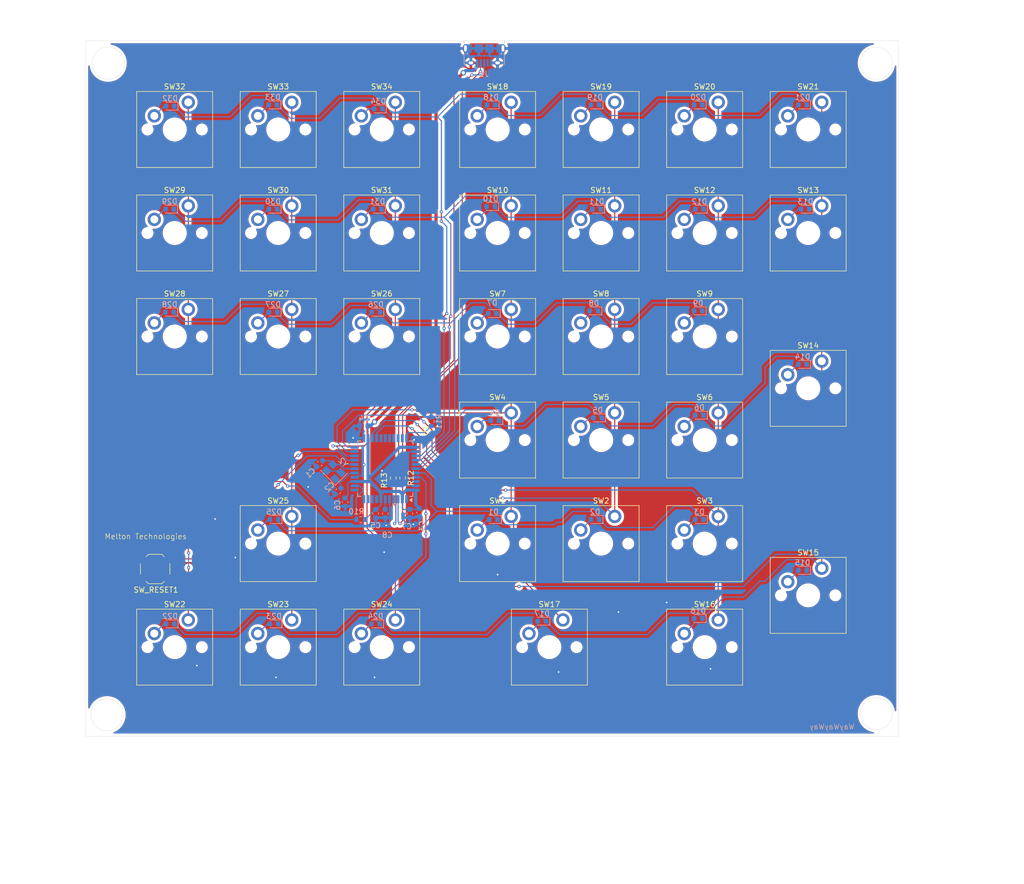
<source format=kicad_pcb>
(kicad_pcb (version 20240108) (generator "pcbnew") (generator_version "8.0")
  (layers (0 "F.Cu" signal) (31 "B.Cu" signal) (34 "B.Paste" user) (35 "F.Paste" user) (36 "B.SilkS" user "B.Silkscreen") (37 "F.SilkS" user "F.Silkscreen") (38 "B.Mask" user) (39 "F.Mask" user) (44 "Edge.Cuts" user))
  (net 0 "")
  (net 1 "Net-(U1-XTAL1)")
  (net 2 "GND")
  (net 3 "Net-(U1-XTAL2)")
  (net 4 "VCC")
  (net 5 "Net-(U1-UCAP)")
  (net 6 "/row0")
  (net 7 "Net-(D1-A)")
  (net 8 "Net-(D2-A)")
  (net 9 "Net-(D3-A)")
  (net 10 "Net-(D4-A)")
  (net 11 "Net-(D5-A)")
  (net 12 "/row1")
  (net 13 "Net-(D6-A)")
  (net 14 "Net-(D7-A)")
  (net 15 "Net-(D8-A)")
  (net 16 "Net-(D9-A)")
  (net 17 "Net-(D10-A)")
  (net 18 "Net-(D11-A)")
  (net 19 "/row2")
  (net 20 "Net-(D12-A)")
  (net 21 "Net-(D13-A)")
  (net 22 "Net-(D14-A)")
  (net 23 "Net-(D15-A)")
  (net 24 "/row3")
  (net 25 "Net-(D16-A)")
  (net 26 "Net-(D17-A)")
  (net 27 "Net-(D18-A)")
  (net 28 "Net-(D19-A)")
  (net 29 "Net-(D20-A)")
  (net 30 "Net-(D21-A)")
  (net 31 "/row4")
  (net 32 "Net-(D22-A)")
  (net 33 "Net-(D23-A)")
  (net 34 "Net-(D24-A)")
  (net 35 "Net-(D25-A)")
  (net 37 "/D-")
  (net 38 "/D+")
  (net 39 "Net-(U1-~{RESET})")
  (net 40 "Net-(U1-~{HWB}{slash}PE2)")
  (net 41 "Net-(U1-D+)")
  (net 42 "Net-(U1-D-)")
  (net 43 "/col0")
  (net 44 "/col1")
  (net 45 "/col2")
  (net 46 "/col3")
  (net 47 "/col4")
  (net 61 "/row5")
  (net 62 "/col5")
  (net 63 "/col6")
  (net 64 "Net-(D26-A)")
  (net 65 "Net-(D27-A)")
  (net 66 "Net-(D28-A)")
  (net 67 "Net-(D29-A)")
  (net 68 "Net-(D30-A)")
  (net 69 "Net-(D31-A)")
  (net 70 "Net-(D32-A)")
  (net 71 "Net-(D33-A)")
  (net 72 "Net-(D34-A)")
  (footprint "PCM_Switch_Keyboard_Cherry_MX:SW_Cherry_MX_PCB_1.00u" (layer "F.Cu") (at 153.7 73.3)
    (property "Reference" "SW9")
    (property "Value" "SW_Push")
  )
  (footprint "PCM_Switch_Keyboard_Cherry_MX:SW_Cherry_MX_PCB_1.00u" (layer "F.Cu") (at 74 73.3)
    (property "Reference" "SW27")
    (property "Value" "SW_Push")
  )
  (footprint "PCM_Switch_Keyboard_Cherry_MX:SW_Cherry_MX_PCB_1.00u" (layer "F.Cu") (at 153.7 92.65)
    (property "Reference" "SW6")
    (property "Value" "SW_Push")
  )
  (footprint "PCM_Switch_Keyboard_Cherry_MX:SW_Cherry_MX_PCB_1.00u" (layer "F.Cu") (at 134.35 92.65)
    (property "Reference" "SW5")
    (property "Value" "SW_Push")
  )
  (footprint "PCM_Switch_Keyboard_Cherry_MX:SW_Cherry_MX_PCB_2.00u_90deg" (layer "F.Cu") (at 173.05 121.675)
    (property "Reference" "SW15")
    (property "Value" "SW_Push")
  )
  (footprint "PCM_Switch_Keyboard_Cherry_MX:SW_Cherry_MX_PCB_1.00u" (layer "F.Cu") (at 115 112)
    (property "Reference" "SW1")
    (property "Value" "SW_Push")
  )
  (footprint "PCM_Switch_Keyboard_Cherry_MX:SW_Cherry_MX_PCB_1.00u" (layer "F.Cu") (at 74 34.6)
    (property "Reference" "SW33")
    (property "Value" "SW_Push")
  )
  (footprint "PCM_Switch_Keyboard_Cherry_MX:SW_Cherry_MX_PCB_1.00u" (layer "F.Cu") (at 115 73.3)
    (property "Reference" "SW7")
    (property "Value" "SW_Push")
  )
  (footprint "Resistor_SMD:R_0603_1608Metric" (layer "F.Cu") (at 95.5 99.75 -90)
    (property "Reference" "R12")
    (property "Value" "22")
  )
  (footprint "PCM_Switch_Keyboard_Cherry_MX:SW_Cherry_MX_PCB_1.00u" (layer "F.Cu") (at 134.35 112)
    (property "Reference" "SW2")
    (property "Value" "SW_Push")
  )
  (footprint "PCM_Switch_Keyboard_Cherry_MX:SW_Cherry_MX_PCB_1.00u" (layer "F.Cu") (at 74 112)
    (property "Reference" "SW25")
    (property "Value" "SW_Push")
  )
  (footprint "PCM_Switch_Keyboard_Cherry_MX:SW_Cherry_MX_PCB_1.00u" (layer "F.Cu") (at 74 53.95)
    (property "Reference" "SW30")
    (property "Value" "SW_Push")
  )
  (footprint "PCM_Switch_Keyboard_Cherry_MX:SW_Cherry_MX_PCB_1.00u" (layer "F.Cu") (at 153.7 53.95)
    (property "Reference" "SW12")
    (property "Value" "SW_Push")
  )
  (footprint "PCM_Switch_Keyboard_Cherry_MX:SW_Cherry_MX_PCB_1.00u" (layer "F.Cu") (at 54.65 131.35)
    (property "Reference" "SW22")
    (property "Value" "SW_Push")
  )
  (footprint "PCM_Switch_Keyboard_Cherry_MX:SW_Cherry_MX_PCB_1.00u" (layer "F.Cu") (at 134.35 73.3)
    (property "Reference" "SW8")
    (property "Value" "SW_Push")
  )
  (footprint "PCM_Switch_Keyboard_Cherry_MX:SW_Cherry_MX_PCB_1.00u" (layer "F.Cu") (at 173.05 53.95)
    (property "Reference" "SW13")
    (property "Value" "SW_Push")
  )
  (footprint "PCM_Switch_Keyboard_Cherry_MX:SW_Cherry_MX_PCB_1.00u" (layer "F.Cu") (at 93.35 73.3)
    (property "Reference" "SW26")
    (property "Value" "SW_Push")
  )
  (footprint "PCM_Switch_Keyboard_Cherry_MX:SW_Cherry_MX_PCB_1.00u" (layer "F.Cu") (at 134.35 53.95)
    (property "Reference" "SW11")
    (property "Value" "SW_Push")
  )
  (footprint "PCM_Switch_Keyboard_Cherry_MX:SW_Cherry_MX_PCB_1.00u" (layer "F.Cu") (at 153.7 34.6)
    (property "Reference" "SW20")
    (property "Value" "SW_Push")
  )
  (footprint "PCM_Switch_Keyboard_Cherry_MX:SW_Cherry_MX_PCB_2.00u" (layer "F.Cu") (at 124.675 131.35)
    (property "Reference" "SW17")
    (property "Value" "SW_Push")
  )
  (footprint "Button_Switch_SMD:SW_SPST_TL3342" (layer "F.Cu") (at 51 116.75 180)
    (property "Reference" "SW_RESET1")
    (property "Value" "SW_Push")
  )
  (footprint "PCM_Switch_Keyboard_Cherry_MX:SW_Cherry_MX_PCB_2.00u_90deg" (layer "F.Cu") (at 173.05 82.975)
    (property "Reference" "SW14")
    (property "Value" "SW_Push")
  )
  (footprint "PCM_Switch_Keyboard_Cherry_MX:SW_Cherry_MX_PCB_1.00u" (layer "F.Cu") (at 93.35 131.35)
    (property "Reference" "SW24")
    (property "Value" "SW_Push")
  )
  (footprint "PCM_Switch_Keyboard_Cherry_MX:SW_Cherry_MX_PCB_1.00u" (layer "F.Cu") (at 115 92.65)
    (property "Reference" "SW4")
    (property "Value" "SW_Push")
  )
  (footprint "Resistor_SMD:R_0603_1608Metric" (layer "F.Cu") (at 97.25 99.75 90)
    (property "Reference" "R13")
    (property "Value" "22")
  )
  (footprint "PCM_Switch_Keyboard_Cherry_MX:SW_Cherry_MX_PCB_1.00u" (layer "F.Cu") (at 54.65 34.6)
    (property "Reference" "SW32")
    (property "Value" "SW_Push")
  )
  (footprint "PCM_Switch_Keyboard_Cherry_MX:SW_Cherry_MX_PCB_1.00u" (layer "F.Cu") (at 115 34.6)
    (property "Reference" "SW18")
    (property "Value" "SW_Push")
  )
  (footprint "PCM_Switch_Keyboard_Cherry_MX:SW_Cherry_MX_PCB_1.00u" (layer "F.Cu") (at 153.7 112)
    (property "Reference" "SW3")
    (property "Value" "SW_Push")
  )
  (footprint "PCM_Switch_Keyboard_Cherry_MX:SW_Cherry_MX_PCB_1.00u" (layer "F.Cu") (at 134.35 34.6)
    (property "Reference" "SW19")
    (property "Value" "SW_Push")
  )
  (footprint "PCM_Switch_Keyboard_Cherry_MX:SW_Cherry_MX_PCB_1.00u" (layer "F.Cu") (at 93.35 34.6)
    (property "Reference" "SW34")
    (property "Value" "SW_Push")
  )
  (footprint "PCM_Switch_Keyboard_Cherry_MX:SW_Cherry_MX_PCB_1.00u" (layer "F.Cu") (at 93.35 53.95)
    (property "Reference" "SW31")
    (property "Value" "SW_Push")
  )
  (footprint "PCM_Switch_Keyboard_Cherry_MX:SW_Cherry_MX_PCB_1.00u" (layer "F.Cu") (at 74 131.35)
    (property "Reference" "SW23")
    (property "Value" "SW_Push")
  )
  (footprint "PCM_Switch_Keyboard_Cherry_MX:SW_Cherry_MX_PCB_1.00u" (layer "F.Cu") (at 153.7 131.35)
    (property "Reference" "SW16")
    (property "Value" "SW_Push")
  )
  (footprint "PCM_Switch_Keyboard_Cherry_MX:SW_Cherry_MX_PCB_1.00u" (layer "F.Cu") (at 54.65 73.3)
    (property "Reference" "SW28")
    (property "Value" "SW_Push")
  )
  (footprint "PCM_Switch_Keyboard_Cherry_MX:SW_Cherry_MX_PCB_1.00u" (layer "F.Cu") (at 115 53.95)
    (property "Reference" "SW10")
    (property "Value" "SW_Push")
  )
  (footprint "PCM_Switch_Keyboard_Cherry_MX:SW_Cherry_MX_PCB_1.00u" (layer "F.Cu") (at 54.65 53.95)
    (property "Reference" "SW29")
    (property "Value" "SW_Push")
  )
  (footprint "PCM_Switch_Keyboard_Cherry_MX:SW_Cherry_MX_PCB_1.00u" (layer "F.Cu") (at 173.05 34.6)
    (property "Reference" "SW21")
    (property "Value" "SW_Push")
  )
  (footprint "Diode_SMD:D_0603_1608Metric" (layer "B.Cu") (at 114.5 89 180)
    (property "Reference" "D4")
    (property "Value" "D")
  )
  (footprint "Diode_SMD:D_0603_1608Metric" (layer "B.Cu") (at 73.2125 127 180)
    (property "Reference" "D23")
    (property "Value" "D")
  )
  (footprint "Diode_SMD:D_0603_1608Metric" (layer "B.Cu") (at 133.2125 107.5 180)
    (property "Reference" "D2")
    (property "Value" "D")
  )
  (footprint "Diode_SMD:D_0603_1608Metric" (layer "B.Cu") (at 172 78.5 180)
    (property "Reference" "D14")
    (property "Value" "D")
  )
  (footprint "Capacitor_SMD:C_0603_1608Metric" (layer "B.Cu") (at 100.4 106.2 -90)
    (property "Reference" "C3")
    (property "Value" "0.1u")
  )
  (footprint "Capacitor_SMD:C_0603_1608Metric" (layer "B.Cu") (at 94 106.4 90)
    (property "Reference" "C8")
    (property "Value" "1u")
  )
  (footprint "Diode_SMD:D_0603_1608Metric" (layer "B.Cu") (at 53.7125 49.5 180)
    (property "Reference" "D29")
    (property "Value" "D")
  )
  (footprint "Diode_SMD:D_0603_1608Metric" (layer "B.Cu") (at 113.7125 49 180)
    (property "Reference" "D10")
    (property "Value" "D")
  )
  (footprint "Diode_SMD:D_0603_1608Metric" (layer "B.Cu") (at 92.7125 30.75 180)
    (property "Reference" "D34")
    (property "Value" "D")
  )
  (footprint "Diode_SMD:D_0603_1608Metric" (layer "B.Cu") (at 172.5 49.5 180)
    (property "Reference" "D13")
    (property "Value" "D")
  )
  (footprint "Diode_SMD:D_0603_1608Metric" (layer "B.Cu") (at 172 117 180)
    (property "Reference" "D15")
    (property "Value" "D")
  )
  (footprint "Diode_SMD:D_0603_1608Metric" (layer "B.Cu") (at 152.7125 107.5 180)
    (property "Reference" "D3")
    (property "Value" "D")
  )
  (footprint "Diode_SMD:D_0603_1608Metric" (layer "B.Cu") (at 133 68.5 180)
    (property "Reference" "D8")
    (property "Value" "D")
  )
  (footprint "Diode_SMD:D_0603_1608Metric" (layer "B.Cu") (at 113.7875 30 180)
    (property "Reference" "D18")
    (property "Value" "D")
  )
  (footprint "Diode_SMD:D_0603_1608Metric" (layer "B.Cu") (at 133.5 49.5 180)
    (property "Reference" "D11")
    (property "Value" "D")
  )
  (footprint "Diode_SMD:D_0603_1608Metric" (layer "B.Cu") (at 152.5 30 180)
    (property "Reference" "D20")
    (property "Value" "D")
  )
  (footprint "Diode_SMD:D_0603_1608Metric" (layer "B.Cu") (at 73.2125 107.5 180)
    (property "Reference" "D25")
    (property "Value" "D")
  )
  (footprint "Diode_SMD:D_0603_1608Metric" (layer "B.Cu") (at 53.7875 30.25 180)
    (property "Reference" "D32")
    (property "Value" "D")
  )
  (footprint "Diode_SMD:D_0603_1608Metric" (layer "B.Cu") (at 73 30 180)
    (property "Reference" "D33")
    (property "Value" "D")
  )
  (footprint "Diode_SMD:D_0603_1608Metric" (layer "B.Cu") (at 92.5375 49.5 180)
    (property "Reference" "D31")
    (property "Value" "D")
  )
  (footprint "Connector_USB:USB_Micro-B_Amphenol_10118194_Horizontal" (layer "B.Cu") (at 112.5 20.75)
    (property "Reference" "J1")
    (property "Value" "USB_B_Micro")
  )
  (footprint "Resistor_SMD:R_0603_1608Metric" (layer "B.Cu") (at 102.6 89.2 90)
    (property "Reference" "R11")
    (property "Value" "10k")
  )
  (footprint "Capacitor_SMD:C_0603_1608Metric" (layer "B.Cu") (at 98.6 106.375 -90)
    (property "Reference" "C7")
    (property "Value" "4.7u")
  )
  (footprint "Diode_SMD:D_0603_1608Metric" (layer "B.Cu") (at 73.0375 49.5 180)
    (property "Reference" "D30")
    (property "Value" "D")
  )
  (footprint "Diode_SMD:D_0603_1608Metric" (layer "B.Cu") (at 92.25 68.75 180)
    (property "Reference" "D26")
    (property "Value" "D")
  )
  (footprint "Diode_SMD:D_0603_1608Metric" (layer "B.Cu") (at 53.7875 127 180)
    (property "Reference" "D22")
    (property "Value" "D")
  )
  (footprint "Diode_SMD:D_0603_1608Metric" (layer "B.Cu") (at 152.5 126 180)
    (property "Reference" "D16")
    (property "Value" "D")
  )
  (footprint "Diode_SMD:D_0603_1608Metric" (layer "B.Cu") (at 152.7125 88 180)
    (property "Reference" "D6")
    (property "Value" "D")
  )
  (footprint "Diode_SMD:D_0603_1608Metric" (layer "B.Cu") (at 152.5 68.5 180)
    (property "Reference" "D9")
    (property "Value" "D")
  )
  (footprint "Diode_SMD:D_0603_1608Metric" (layer "B.Cu") (at 133.7125 88.5 180)
    (property "Reference" "D5")
    (property "Value" "D")
  )
  (footprint "Package_QFP:TQFP-44_10x10mm_P0.8mm" (layer "B.Cu") (at 94 98 90)
    (property "Reference" "U1")
    (property "Value" "ATmega32U4-A")
  )
  (footprint "Capacitor_SMD:C_0603_1608Metric" (layer "B.Cu") (at 85.2 102.2 45)
    (property "Reference" "C2")
    (property "Value" "22p")
  )
  (footprint "Diode_SMD:D_0603_1608Metric" (layer "B.Cu") (at 133.2125 30 180)
    (property "Reference" "D19")
    (property "Value" "D")
  )
  (footprint "Diode_SMD:D_0603_1608Metric" (layer "B.Cu") (at 73.0375 68.75 180)
    (property "Reference" "D27")
    (property "Value" "D")
  )
  (footprint "Diode_SMD:D_0603_1608Metric" (layer "B.Cu") (at 172 30 180)
    (property "Reference" "D21")
    (property "Value" "D")
  )
  (footprint "Diode_SMD:D_0603_1608Metric" (layer "B.Cu") (at 53.7125 68.75 180)
    (property "Reference" "D28")
    (property "Value" "D")
  )
  (footprint "Capacitor_SMD:C_0603_1608Metric" (layer "B.Cu") (at 92.2 106.4 -90)
    (property "Reference" "C5")
    (property "Value" "0.1u")
  )
  (footprint "Diode_SMD:D_0603_1608Metric" (layer "B.Cu") (at 152.7125 49.5 180)
    (property "Reference" "D12")
    (property "Value" "D")
  )
  (footprint "Crystal:Crystal_SMD_SeikoEpson_FA238-4Pin_3.2x2.5mm" (layer "B.Cu") (at 84.412132 98.543503 135)
    (property "Reference" "Y2")
    (property "Value" "Crystal_GND24")
  )
  (footprint "Diode_SMD:D_0603_1608Metric" (layer "B.Cu") (at 92.2125 127 180)
    (property "Reference" "D24")
    (property "Value" "D")
  )
  (footprint "Diode_SMD:D_0603_1608Metric" (layer "B.Cu") (at 114 69 180)
    (property "Reference" "D7")
    (property "Value" "D")
  )
  (footprint "Capacitor_SMD:C_0603_1608Metric" (layer "B.Cu") (at 90 90 180)
    (property "Reference" "C4")
    (property "Value" "0.1u")
  )
  (footprint "Resistor_SMD:R_0603_1608Metric" (layer "B.Cu") (at 89.425 107.5 180)
    (property "Reference" "R10")
    (property "Value" "10k")
  )
  (footprint "Capacitor_SMD:C_0603_1608Metric" (layer "B.Cu") (at 81.748008 97.051992 45)
    (property "Reference" "C1")
    (property "Value" "22p")
  )
  (footprint "Diode_SMD:D_0603_1608Metric" (layer "B.Cu") (at 123.2875 126.5 180)
    (property "Reference" "D17")
    (property "Value" "D")
  )
  (footprint "Diode_SMD:D_0603_1608Metric" (layer "B.Cu") (at 114.2125 107.5 180)
    (property "Reference" "D1")
    (property "Value" "D")
  )
  (footprint "Capacitor_SMD:C_0603_1608Metric" (layer "B.Cu") (at 86.5 104.25 -90)
    (property "Reference" "C6")
    (property "Value" "0.1u")
  )
  (gr_rect (start 38 18) (end 190 148) (stroke (width 0.05)) (fill none) (layer "Edge.Cuts"))
  (gr_circle (center 42 144) (end 45 144) (stroke (width 0.05)) (fill none) (layer "Edge.Cuts"))
  (gr_circle (center 42.2 22.2) (end 45.2 22.2) (stroke (width 0.05)) (fill none) (layer "Edge.Cuts"))
  (gr_circle (center 185.8 22.2) (end 188.8 22.2) (stroke (width 0.05)) (fill none) (layer "Edge.Cuts"))
  (gr_circle (center 185.8 143.8) (end 188.8 143.8) (stroke (width 0.05)) (fill none) (layer "Edge.Cuts"))
  (gr_text "WayWayWay" (at 181.8 146.8 0) (layer "B.SilkS") (effects (font (size 1 1) (thickness 0.1)) (justify left bottom mirror)))
  (gr_text "Melton Technologies" (at 41.5 111.25 0) (layer "F.SilkS") (effects (font (size 1 1) (thickness 0.1)) (justify left bottom)))
  (segment (start 83.503984 96.503984) (end 84.2 97.2) (width 0.2) (layer "B.Cu") (net 1))
  (segment (start 82.296016 96.503984) (end 83.503984 96.503984) (width 0.2) (layer "B.Cu") (net 1))
  (segment (start 84.2 97.2) (end 85.472792 97.2) (width 0.2) (layer "B.Cu") (net 1))
  (segment (start 86.272792 98) (end 88.3 98) (width 0.2) (layer "B.Cu") (net 1))
  (segment (start 85.472792 97.2) (end 86.272792 98) (width 0.2) (layer "B.Cu") (net 1))
  (via (at 79.6 101.4) (size 0.6) (drill 0.3) (layers "F.Cu" "B.Cu") (net 2))
  (via (at 90 97.25) (size 0.6) (drill 0.3) (layers "F.Cu" "B.Cu") (net 2))
  (via (at 88 92.25) (size 0.6) (drill 0.3) (layers "F.Cu" "B.Cu") (net 2))
  (via (at 115 117.8) (size 0.6) (drill 0.3) (layers "F.Cu" "B.Cu") (net 2))
  (via (at 73.6 137) (size 0.6) (drill 0.3) (layers "F.Cu" "B.Cu") (net 2))
  (via (at 146.6 123) (size 0.6) (drill 0.3) (layers "F.Cu" "B.Cu") (net 2))
  (via (at 99.25 108.4) (size 0.6) (drill 0.3) (layers "F.Cu" "B.Cu") (net 2))
  (via (at 126.4 136) (size 0.6) (drill 0.3) (layers "F.Cu" "B.Cu") (net 2))
  (via (at 93.8 113.6) (size 0.6) (drill 0.3) (layers "F.Cu" "B.Cu") (net 2))
  (via (at 103.75 90) (size 0.6) (drill 0.3) (layers "F.Cu" "B.Cu") (net 2))
  (via (at 94.2 108.6) (size 0.6) (drill 0.3) (layers "F.Cu" "B.Cu") (net 2))
  (via (at 93.4 98.4) (size 0.6) (drill 0.3) (layers "F.Cu" "B.Cu") (net 2))
  (via (at 92 137) (size 0.6) (drill 0.3) (layers "F.Cu" "B.Cu") (net 2))
  (via (at 62.2 107.4) (size 0.6) (drill 0.3) (layers "F.Cu" "B.Cu") (net 2))
  (via (at 154.8 135.4) (size 0.6) (drill 0.3) (layers "F.Cu" "B.Cu") (net 2))
  (via (at 99.4 92.6) (size 0.6) (drill 0.3) (layers "F.Cu" "B.Cu") (net 2))
  (via (at 58.8 134.8) (size 0.6) (drill 0.3) (layers "F.Cu" "B.Cu") (net 2))
  (via (at 137.6 124.8) (size 0.6) (drill 0.3) (layers "F.Cu" "B.Cu") (net 2))
  (via (at 66 114.6) (size 0.6) (drill 0.3) (layers "F.Cu" "B.Cu") (net 2))
  (segment (start 98.7 94.8) (end 99.7 94.8) (width 0.2) (layer "B.Cu") (net 2))
  (segment (start 94.8 108) (end 94.8 103.7) (width 0.2) (layer "B.Cu") (net 2))
  (segment (start 99.7 101.2) (end 97.6 101.2) (width 0.2) (layer "B.Cu") (net 2))
  (segment (start 85.755635 98.755635) (end 85.419239 98.419239) (width 0.2) (layer "B.Cu") (net 2))
  (segment (start 97.75 95.75) (end 98.7 94.8) (width 0.2) (layer "B.Cu") (net 2))
  (segment (start 89.8 97.45) (end 90 97.25) (width 0.2) (layer "B.Cu") (net 2))
  (segment (start 89.8 98.925) (end 89.8 97.45) (width 0.2) (layer "B.Cu") (net 2))
  (segment (start 85.419239 98.419239) (end 83.156497 98.419239) (width 0.2) (layer "B.Cu") (net 2))
  (segment (start 83.156497 98.419239) (end 83.068629 98.331371) (width 0.2) (layer "B.Cu") (net 2))
  (segment (start 88.3 99.6) (end 88.525 99.375) (width 0.2) (layer "B.Cu") (net 2))
  (segment (start 94.2 108.6) (end 94.8 108) (width 0.2) (layer "B.Cu") (net 2))
  (segment (start 89.35 99.375) (end 89.8 98.925) (width 0.2) (layer "B.Cu") (net 2))
  (segment (start 88.525 99.375) (end 89.35 99.375) (width 0.2) (layer "B.Cu") (net 2))
  (segment (start 85.748008 101.651992) (end 85.748008 101.01075) (width 0.2) (layer "B.Cu") (net 3))
  (segment (start 87.475 98.8) (end 88.3 98.8) (width 0.2) (layer "B.Cu") (net 3))
  (segment (start 84.624264 99.887006) (end 85.119239 100.381981) (width 0.2) (layer "B.Cu") (net 3))
  (segment (start 85.748008 101.01075) (end 84.624264 99.887006) (width 0.2) (layer "B.Cu") (net 3))
  (segment (start 85.893019 100.381981) (end 87.475 98.8) (width 0.2) (layer "B.Cu") (net 3))
  (segment (start 85.119239 100.381981) (end 85.893019 100.381981) (width 0.2) (layer "B.Cu") (net 3))
  (segment (start 103.5 77.75) (end 92 89.25) (width 0.6) (layer "F.Cu") (net 4))
  (segment (start 103.5 29.1) (end 108.6 24) (width 0.6) (layer "F.Cu") (net 4))
  (segment (start 103.5 77.75) (end 103.5 29.1) (width 0.6) (layer "F.Cu") (net 4))
  (via (at 108.6 24) (size 1) (drill 0.6) (layers "F.Cu" "B.Cu") (net 4))
  (via (at 92 89.25) (size 1) (drill 0.6) (layers "F.Cu" "B.Cu") (net 4))
  (segment (start 93.2 102.75) (end 90.85 100.4) (width 0.2) (layer "B.Cu") (net 4))
  (segment (start 87.35 100.4) (end 87 100.75) (width 0.2) (layer "B.Cu") (net 4))
  (segment (start 93.2 102.75) (end 93.7 102.25) (width 0.6) (layer "B.Cu") (net 4))
  (segment (start 93.7 102.25) (end 96.575 102.25) (width 0.2) (layer "B.Cu") (net 4))
  (segment (start 90.8 92.3) (end 90.8 100.25) (width 0.6) (layer "B.Cu") (net 4))
  (segment (start 99.7 104.725) (end 100.4 105.425) (width 0.6) (layer "B.Cu") (net 4))
  (segment (start 93.2 103.7) (end 93.2 102.75) (width 0.6) (layer "B.Cu") (net 4))
  (segment (start 109 23.6) (end 110.4 23.6) (width 0.6) (layer "B.Cu") (net 4))
  (segment (start 88.3 100.4) (end 90.65 100.4) (width 0.6) (layer "B.Cu") (net 4))
  (segment (start 90.8 100.25) (end 90.8 100.35) (width 0.2) (layer "B.Cu") (net 4))
  (segment (start 90.8 99.868629) (end 90.8 100.25) (width 0.6) (layer "B.Cu") (net 4))
  (segment (start 97.2 102.75) (end 97.95 102) (width 0.6) (layer "B.Cu") (net 4))
  (segment (start 97.2 102.75) (end 97.2 103.7) (width 0.6) (layer "B.Cu") (net 4))
  (segment (start 90.775 90) (end 91.25 90) (width 0.6) (layer "B.Cu") (net 4))
  (segment (start 91.25 90) (end 92 89.25) (width 0.6) (layer "B.Cu") (net 4))
  (segment (start 96.575 102.25) (end 97.2 102.875) (width 0.2) (layer "B.Cu") (net 4))
  (segment (start 90.85 100.4) (end 90.75 100.4) (width 0.2) (layer "B.Cu") (net 4))
  (segment (start 90.65 100.4) (end 91.25 100.4) (width 0.6) (layer "B.Cu") (net 4))
  (segment (start 92 105.75) (end 92.25 105.75) (width 0.2) (layer "B.Cu") (net 4))
  (segment (start 108.6 24) (end 109 23.6) (width 0.6) (layer "B.Cu") (net 4))
  (segment (start 93.7 102.25) (end 96.7 102.25) (width 0.6) (layer "B.Cu") (net 4))
  (segment (start 90.25 107.5) (end 92 105.75) (width 0.2) (layer "B.Cu") (net 4))
  (segment (start 87 102.975) (end 86.5 103.475) (width 0.2) (layer "B.Cu") (net 4))
  (segment (start 87 100.75) (end 87 102.975) (width 0.2) (layer "B.Cu") (net 4))
  (segment (start 90.8 90.025) (end 90.775 90) (width 0.2) (layer "B.Cu") (net 4))
  (segment (start 97.95 102) (end 99.7 102) (width 0.6) (layer "B.Cu") (net 4))
  (segment (start 93.2 104.8) (end 93.2 103.7) (width 0.2) (layer "B.Cu") (net 4))
  (segment (start 90.65 100.4) (end 90.8 100.25) (width 0.6) (layer "B.Cu") (net 4))
  (segment (start 97.2 103.7) (end 97.2 105.45) (width 0.2) (layer "B.Cu") (net 4))
  (segment (start 100.225 105.6) (end 100.4 105.425) (width 0.2) (layer "B.Cu") (net 4))
  (segment (start 93.2 102.35) (end 93.2 103.7) (width 0.6) (layer "B.Cu") (net 4))
  (segment (start 96.668629 94) (end 90.8 99.868629) (width 0.6) (layer "B.Cu") (net 4))
  (segment (start 90.8 92.3) (end 90.8 90.025) (width 0.2) (layer "B.Cu") (net 4))
  (segment (start 90.8 100.35) (end 90.75 100.4) (width 0.2) (layer "B.Cu") (net 4))
  (segment (start 90.75 100.4) (end 88.3 100.4) (width 0.2) (layer "B.Cu") (net 4))
  (segment (start 88.3 100.4) (end 87.35 100.4) (width 0.2) (layer "B.Cu") (net 4))
  (segment (start 91.25 100.4) (end 93.2 102.35) (width 0.6) (layer "B.Cu") (net 4))
  (segment (start 99.7 94) (end 96.668629 94) (width 0.6) (layer "B.Cu") (net 4))
  (segment (start 92.25 105.75) (end 93.2 104.8) (width 0.2) (layer "B.Cu") (net 4))
  (segment (start 97.2 102.875) (end 97.2 103.7) (width 0.2) (layer "B.Cu") (net 4))
  (segment (start 99.7 102) (end 99.7 104.725) (width 0.6) (layer "B.Cu") (net 4))
  (segment (start 98.6 105.6) (end 100.225 105.6) (width 0.2) (layer "B.Cu") (net 4))
  (segment (start 97.35 105.6) (end 98.6 105.6) (width 0.2) (layer "B.Cu") (net 4))
  (segment (start 90.775 92.275) (end 90.8 92.3) (width 0.2) (layer "B.Cu") (net 4))
  (segment (start 96.7 102.25) (end 97.2 102.75) (width 0.6) (layer "B.Cu") (net 4))
  (segment (start 111.15 22.85) (end 111.15 22.15) (width 0.6) (layer "B.Cu") (net 4))
  (segment (start 110.4 23.6) (end 111.15 22.85) (width 0.6) (layer "B.Cu") (net 4))
  (segment (start 97.2 105.45) (end 97.35 105.6) (width 0.2) (layer "B.Cu") (net 4))
  (segment (start 94 103.7) (end 94 105.625) (width 0.2) (layer "B.Cu") (net 5))
  (segment (start 101.6 106.4) (end 101.6 110.2) (width 0.2) (layer "F.Cu") (net 6))
  (via (at 101.6 110.2) (size 0.6) (drill 0.3) (layers "F.Cu" "B.Cu") (net 6))
  (via (at 101.6 106.4) (size 0.6) (drill 0.3) (layers "F.Cu" "B.Cu") (net 6))
  (segment (start 152.2875 125) (end 153.2875 126) (width 0.2) (layer "B.Cu") (net 6))
  (segment (start 157.2875 122) (end 161 122) (width 0.2) (layer "B.Cu") (net 6))
  (segment (start 70 125) (end 72 125) (width 0.2) (layer "B.Cu") (net 6))
  (segment (start 164 119) (end 165 119) (width 0.2) (layer "B.Cu") (net 6))
  (segment (start 100.65 99.6) (end 101.6 100.55) (width 0.2) (layer "B.Cu") (net 6))
  (segment (start 56.575 129) (end 66 129) (width 0.2) (layer "B.Cu") (net 6))
  (segment (start 122.575 125) (end 124.075 126.5) (width 0.2) (layer "B.Cu") (net 6))
  (segment (start 126.575 129) (end 143 129) (width 0.2) (layer "B.Cu") (net 6))
  (segment (start 91 125) (end 93 127) (width 0.2) (layer "B.Cu") (net 6))
  (segment (start 169 115) (end 172 115) (width 0.2) (layer "B.Cu") (net 6))
  (segment (start 101.6 100.55) (end 101.6 101.4) (width 0.2) (layer "B.Cu") (net 6))
  (segment (start 165 119) (end 169 115) (width 0.2) (layer "B.Cu") (net 6))
  (segment (start 117 125) (end 122.575 125) (width 0.2) (layer "B.Cu") (net 6))
  (segment (start 85 129) (end 89 125) (width 0.2) (layer "B.Cu") (net 6))
  (segment (start 153.2875 126) (end 157.2875 122) (width 0.2) (layer "B.Cu") (net 6))
  (segment (start 124.075 126.5) (end 126.575 129) (width 0.2) (layer "B.Cu") (net 6))
  (segment (start 74 127) (end 76 129) (width 0.2) (layer "B.Cu") (net 6))
  (segment (start 99.7 99.6) (end 100.65 99.6) (width 0.2) (layer "B.Cu") (net 6))
  (segment (start 76 129) (end 85 129) (width 0.2) (layer "B.Cu") (net 6))
  (segment (start 101.6 101.4) (end 101.6 106.4) (width 0.2) (layer "B.Cu") (net 6))
  (segment (start 93 127) (end 95 129) (width 0.2) (layer "B.Cu") (net 6))
  (segment (start 95 129) (end 103 129) (width 0.2) (layer "B.Cu") (net 6))
  (segment (start 147 125) (end 152.2875 125) (width 0.2) (layer "B.Cu") (net 6))
  (segment (start 172.7875 115.7875) (end 172.7875 117) (width 0.2) (layer "B.Cu") (net 6))
  (segment (start 101.6 110.2) (end 101.6 114.4) (width 0.2) (layer "B.Cu") (net 6))
  (segment (start 143 129) (end 147 125) (width 0.2) (layer "B.Cu") (net 6))
  (segment (start 113 129) (end 117 125) (width 0.2) (layer "B.Cu") (net 6))
  (segment (start 89 125) (end 91 125) (width 0.2) (layer "B.Cu") (net 6))
  (segment (start 101.6 114.4) (end 91 125) (width 0.2) (layer "B.Cu") (net 6))
  (segment (start 161 122) (end 164 119) (width 0.2) (layer "B.Cu") (net 6))
  (segment (start 54.575 127) (end 56.575 129) (width 0.2) (layer "B.Cu") (net 6))
  (segment (start 103 129) (end 113 129) (width 0.2) (layer "B.Cu") (net 6))
  (segment (start 172 115) (end 172.7875 115.7875) (width 0.2) (layer "B.Cu") (net 6))
  (segment (start 72 125) (end 74 127) (width 0.2) (layer "B.Cu") (net 6))
  (segment (start 66 129) (end 70 125) (width 0.2) (layer "B.Cu") (net 6))
  (segment (start 113.15 107.5) (end 111.19 109.46) (width 0.2) (layer "B.Cu") (net 7))
  (segment (start 113.425 107.5) (end 113.15 107.5) (width 0.2) (layer "B.Cu") (net 7))
  (segment (start 132.425 107.5) (end 132.425 107.575) (width 0.2) (layer "B.Cu") (net 8))
  (segment (start 132.425 107.575) (end 130.54 109.46) (width 0.2) (layer "B.Cu") (net 8))
  (segment (start 151.85 107.5) (end 149.89 109.46) (width 0.2) (layer "B.Cu") (net 9))
  (segment (start 151.925 107.5) (end 151.85 107.5) (width 0.2) (layer "B.Cu") (net 9))
  (segment (start 112.3 89) (end 111.19 90.11) (width 0.2) (layer "B.Cu") (net 10))
  (segment (start 113.7125 89) (end 112.3 89) (width 0.2) (layer "B.Cu") (net 10))
  (segment (start 132.925 88.5) (end 132.15 88.5) (width 0.2) (layer "B.Cu") (net 11))
  (segment (start 132.15 88.5) (end 130.54 90.11) (width 0.2) (layer "B.Cu") (net 11))
  (segment (start 74 108) (end 75.6 109.6) (width 0.2) (layer "B.Cu") (net 12))
  (segment (start 115 107.5) (end 115.97 108.47) (width 0.2) (layer "B.Cu") (net 12))
  (segment (start 102.6 104.9) (end 102.6 100) (width 0.2) (layer "B.Cu") (net 12))
  (segment (start 134 107.5) (end 135.5 109) (width 0.2) (layer "B.Cu") (net 12))
  (segment (start 151 105) (end 153.5 107.5) (width 0.2) (layer "B.Cu") (net 12))
  (segment (start 103.65 105.95) (end 113.45 105.95) (width 0.2) (layer "B.Cu") (net 12))
  (segment (start 129 106) (end 132.5 106) (width 0.2) (layer "B.Cu") (net 12))
  (segment (start 100 109.6) (end 103.65 105.95) (width 0.2) (layer "B.Cu") (net 12))
  (segment (start 103.65 105.95) (end 102.6 104.9) (width 0.2) (layer "B.Cu") (net 12))
  (segment (start 113.45 105.95) (end 115 107.5) (width 0.2) (layer "B.Cu") (net 12))
  (segment (start 115.97 108.47) (end 125.53 108.47) (width 0.2) (layer "B.Cu") (net 12))
  (segment (start 144 109) (end 148 105) (width 0.2) (layer "B.Cu") (net 12))
  (segment (start 126 108) (end 127 108) (width 0.2) (layer "B.Cu") (net 12))
  (segment (start 125.53 108.47) (end 126 108) (width 0.2) (layer "B.Cu") (net 12))
  (segment (start 148 105) (end 151 105) (width 0.2) (layer "B.Cu") (net 12))
  (segment (start 132.5 106) (end 134 107.5) (width 0.2) (layer "B.Cu") (net 12))
  (segment (start 74 107.5) (end 74 108) (width 0.2) (layer "B.Cu") (net 12))
  (segment (start 135.5 109) (end 144 109) (width 0.2) (layer "B.Cu") (net 12))
  (segment (start 127 108) (end 129 106) (width 0.2) (layer "B.Cu") (net 12))
  (segment (start 75.6 109.6) (end 100 109.6) (width 0.2) (layer "B.Cu") (net 12))
  (segment (start 102.6 100) (end 101.4 98.8) (width 0.2) (layer "B.Cu") (net 12))
  (segment (start 101.4 98.8) (end 99.7 98.8) (width 0.2) (layer "B.Cu") (net 12))
  (segment (start 151.925 88) (end 151.925 88.075) (width 0.2) (layer "B.Cu") (net 13))
  (segment (start 151.925 88.075) (end 149.89 90.11) (width 0.2) (layer "B.Cu") (net 13))
  (segment (start 112.95 69) (end 111.19 70.76) (width 0.2) (layer "B.Cu") (net 14))
  (segment (start 113.2125 69) (end 112.95 69) (width 0.2) (layer "B.Cu") (net 14))
  (segment (start 132.2125 69.0875) (end 130.54 70.76) (width 0.2) (layer "B.Cu") (net 15))
  (segment (start 132.2125 68.5) (end 132.2125 69.0875) (width 0.2) (layer "B.Cu") (net 15))
  (segment (start 151.7125 68.9375) (end 149.89 70.76) (width 0.2) (layer "B.Cu") (net 16))
  (segment (start 151.7125 68.5) (end 151.7125 68.9375) (width 0.2) (layer "B.Cu") (net 16))
  (segment (start 112.925 49) (end 112.925 49.675) (width 0.2) (layer "B.Cu") (net 17))
  (segment (start 112.925 49.675) (end 111.19 51.41) (width 0.2) (layer "B.Cu") (net 17))
  (segment (start 132.45 49.5) (end 130.54 51.41) (width 0.2) (layer "B.Cu") (net 18))
  (segment (start 132.7125 49.5) (end 132.45 49.5) (width 0.2) (layer "B.Cu") (net 18))
  (segment (start 120 90) (end 124 86) (width 0.2) (layer "B.Cu") (net 19))
  (segment (start 157 90) (end 165 82) (width 0.2) (layer "B.Cu") (net 19))
  (segment (start 115.2875 88.2875) (end 115.2875 89) (width 0.2) (layer "B.Cu") (net 19))
  (segment (start 115.2875 89) (end 116.2875 90) (width 0.2) (layer "B.Cu") (net 19))
  (segment (start 144 90) (end 148 86) (width 0.2) (layer "B.Cu") (net 19))
  (segment (start 124 86) (end 132 86) (width 0.2) (layer "B.Cu") (net 19))
  (segment (start 148 86) (end 151.5 86) (width 0.2) (layer "B.Cu") (net 19))
  (segment (start 134.5 88.5) (end 136 90) (width 0.2) (layer "B.Cu") (net 19))
  (segment (start 165 82) (end 165 79) (width 0.2) (layer "B.Cu") (net 19))
  (segment (start 132 86) (end 134.5 88.5) (width 0.2) (layer "B.Cu") (net 19))
  (segment (start 151.5 86) (end 153.5 88) (width 0.2) (layer "B.Cu") (net 19))
  (segment (start 116.2875 90) (end 120 90) (width 0.2) (layer "B.Cu") (net 19))
  (segment (start 109 87) (end 114 87) (width 0.2) (layer "B.Cu") (net 19))
  (segment (start 155.5 90) (end 157 90) (width 0.2) (layer "B.Cu") (net 19))
  (segment (start 136 90) (end 144 90) (width 0.2) (layer "B.Cu") (net 19))
  (segment (start 165 79) (end 167 77) (width 0.2) (layer "B.Cu") (net 19))
  (segment (start 108 90.65) (end 108 88) (width 0.2) (layer "B.Cu") (net 19))
  (segment (start 114 87) (end 115.2875 88.2875) (width 0.2) (layer "B.Cu") (net 19))
  (segment (start 153.5 88) (end 155.5 90) (width 0.2) (layer "B.Cu") (net 19))
  (segment (start 108 88) (end 109 87) (width 0.2) (layer "B.Cu") (net 19))
  (segment (start 99.7 98) (end 100.65 98) (width 0.2) (layer "B.Cu") (net 19))
  (segment (start 167 77) (end 171.2875 77) (width 0.2) (layer "B.Cu") (net 19))
  (segment (start 171.2875 77) (end 172.7875 78.5) (width 0.2) (layer "B.Cu") (net 19))
  (segment (start 100.65 98) (end 108 90.65) (width 0.2) (layer "B.Cu") (net 19))
  (segment (start 151.925 49.5) (end 151.8 49.5) (width 0.2) (layer "B.Cu") (net 20))
  (segment (start 151.8 49.5) (end 149.89 51.41) (width 0.2) (layer "B.Cu") (net 20))
  (segment (start 171.7125 49.5) (end 171.15 49.5) (width 0.2) (layer "B.Cu") (net 21))
  (segment (start 171.15 49.5) (end 169.24 51.41) (width 0.2) (layer "B.Cu") (net 21))
  (segment (start 171.2125 78.5) (end 171.175 78.5) (width 0.2) (layer "B.Cu") (net 22))
  (segment (start 171.175 78.5) (end 169.24 80.435) (width 0.2) (layer "B.Cu") (net 22))
  (segment (start 171.2125 117.1625) (end 169.24 119.135) (width 0.2) (layer "B.Cu") (net 23))
  (segment (start 171.2125 117) (end 171.2125 117.1625) (width 0.2) (layer "B.Cu") (net 23))
  (segment (start 91.7875 67.5) (end 93.0375 68.75) (width 0.2) (layer "B.Cu") (net 24))
  (segment (start 87.5 67.5) (end 91.7875 67.5) (width 0.2) (layer "B.Cu") (net 24))
  (segment (start 136.2875 71) (end 140 71) (width 0.2) (layer "B.Cu") (net 24))
  (segment (start 56.25 70.5) (end 64 70.5) (width 0.2) (layer "B.Cu") (net 24))
  (segment (start 106.25 70.75) (end 107.25 69.75) (width 0.2) (layer "B.Cu") (net 24))
  (segment (start 93.5 68.75) (end 95.5 70.75) (width 0.2) (layer "B.Cu") (net 24))
  (segment (start 114.7875 69) (end 115 69) (width 0.2) (layer "B.Cu") (net 24))
  (segment (start 67.25 67.25) (end 73.5 67.25) (width 0.2) (layer "B.Cu") (net 24))
  (segment (start 144 67) (end 151.7875 67) (width 0.2) (layer "B.Cu") (net 24))
  (segment (start 151.7875 67) (end 153.2875 68.5) (width 0.2) (layer "B.Cu") (net 24))
  (segment (start 54.5 68.75) (end 56.25 70.5) (width 0.2) (layer "B.Cu") (net 24))
  (segment (start 73.825 68.75) (end 73.825 69.075) (width 0.2) (layer "B.Cu") (net 24))
  (segment (start 100.65 97.2) (end 107 90.85) (width 0.2) (layer "B.Cu") (net 24))
  (segment (start 122 71) (end 126 67) (width 0.2) (layer "B.Cu") (net 24))
  (segment (start 64 70.5) (end 67.25 67.25) (width 0.2) (layer "B.Cu") (net 24))
  (segment (start 126 67) (end 132.2875 67) (width 0.2) (layer "B.Cu") (net 24))
  (segment (start 107 90.85) (end 107 70) (width 0.2) (layer "B.Cu") (net 24))
  (segment (start 140 71) (end 144 67) (width 0.2) (layer "B.Cu") (net 24))
  (segment (start 93.0375 68.75) (end 93.5 68.75) (width 0.2) (layer "B.Cu") (net 24))
  (segment (start 99.7 97.2) (end 100.65 97.2) (width 0.2) (layer "B.Cu") (net 24))
  (segment (start 112.7875 67) (end 114.7875 69) (width 0.2) (layer "B.Cu") (net 24))
  (segment (start 95.5 70.75) (end 106.25 70.75) (width 0.2) (layer "B.Cu") (net 24))
  (segment (start 73.825 67.575) (end 73.825 68.75) (width 0.2) (layer "B.Cu") (net 24))
  (segment (start 73.825 69.075) (end 75.75 71) (width 0.2) (layer "B.Cu") (net 24))
  (segment (start 75.75 71) (end 84 71) (width 0.2) (layer "B.Cu") (net 24))
  (segment (start 132.2875 67) (end 133.7875 68.5) (width 0.2) (layer "B.Cu") (net 24))
  (segment (start 107.25 69.75) (end 110 67) (width 0.2) (layer "B.Cu") (net 24))
  (segment (start 73.5 67.25) (end 73.825 67.575) (width 0.2) (layer "B.Cu") (net 24))
  (segment (start 115 69) (end 117 71) (width 0.2) (layer "B.Cu") (net 24))
  (segment (start 110 67) (end 112.7875 67) (width 0.2) (layer "B.Cu") (net 24))
  (segment (start 107 70) (end 107.25 69.75) (width 0.2) (layer "B.Cu") (net 24))
  (segment (start 133.7875 68.5) (end 136.2875 71) (width 0.2) (layer "B.Cu") (net 24))
  (segment (start 117 71) (end 122 71) (width 0.2) (layer "B.Cu") (net 24))
  (segment (start 84 71) (end 87.5 67.5) (width 0.2) (layer "B.Cu") (net 24))
  (segment (start 151.7125 126.9875) (end 149.89 128.81) (width 0.2) (layer "B.Cu") (net 25))
  (segment (start 151.7125 126) (end 151.7125 126.9875) (width 0.2) (layer "B.Cu") (net 25))
  (segment (start 122.5 126.5) (end 122.5 127.175) (width 0.2) (layer "B.Cu") (net 26))
  (segment (start 122.5 127.175) (end 120.865 128.81) (width 0.2) (layer "B.Cu") (net 26))
  (segment (start 113 30) (end 113 30.25) (width 0.2) (layer "B.Cu") (net 27))
  (segment (start 113 30.25) (end 111.19 32.06) (width 0.2) (layer "B.Cu") (net 27))
  (segment (start 132.425 30) (end 132.425 30.175) (width 0.2) (layer "B.Cu") (net 28))
  (segment (start 132.425 30.175) (end 130.54 32.06) (width 0.2) (layer "B.Cu") (net 28))
  (segment (start 151.7125 30.2375) (end 149.89 32.06) (width 0.2) (layer "B.Cu") (net 29))
  (segment (start 151.7125 30) (end 151.7125 30.2375) (width 0.2) (layer "B.Cu") (net 29))
  (segment (start 171.2125 30) (end 171.2125 30.0875) (width 0.2) (layer "B.Cu") (net 30))
  (segment (start 171.2125 30.0875) (end 169.24 32.06) (width 0.2) (layer "B.Cu") (net 30))
  (segment (start 106 69.75) (end 106.25 69.5) (width 0.2) (layer "F.Cu") (net 31))
  (segment (start 106 71.5) (end 106 69.75) (width 0.2) (layer "F.Cu") (net 31))
  (via (at 106 71.5) (size 0.6) (drill 0.3) (layers "F.Cu" "B.Cu") (net 31))
  (via (at 106.25 69.5) (size 0.6) (drill 0.3) (layers "F.Cu" "B.Cu") (net 31))
  (segment (start 106 91.05) (end 106 71.5) (width 0.2) (layer "B.Cu") (net 31))
  (segment (start 105 51) (end 109 47) (width 0.2) (layer "B.Cu") (net 31))
  (segment (start 155 51) (end 163 51) (width 0.2) (layer "B.Cu") (net 31))
  (segment (start 114.5 47.5) (end 114.5 49) (width 0.2) (layer "B.Cu") (net 31))
  (segment (start 152 48) (end 153.5 49.5) (width 0.2) (layer "B.Cu") (net 31))
  (segment (start 134.2875 49.5) (end 135.7875 51) (width 0.2) (layer "B.Cu") (net 31))
  (segment (start 89 47.75) (end 91.575 47.75) (width 0.2) (layer "B.Cu") (net 31))
  (segment (start 135.7875 51) (end 146 51) (width 0.2) (layer "B.Cu") (net 31))
  (segment (start 106.25 69.5) (end 106.25 52.25) (width 0.2) (layer "B.Cu") (net 31))
  (segment (start 163 51) (end 166 48) (width 0.2) (layer "B.Cu") (net 31))
  (segment (start 91.575 47.75) (end 93.325 49.5) (width 0.2) (layer "B.Cu") (net 31))
  (segment (start 63.25 51.75) (end 67 48) (width 0.2) (layer "B.Cu") (net 31))
  (segment (start 54.5 49.5) (end 56.75 51.75) (width 0.2) (layer "B.Cu") (net 31))
  (segment (start 127 51) (end 130 48) (width 0.2) (layer "B.Cu") (net 31))
  (segment (start 153.5 49.5) (end 155 51) (width 0.2) (layer "B.Cu") (net 31))
  (segment (start 73.825 49.5) (end 74 49.5) (width 0.2) (layer "B.Cu") (net 31))
  (segment (start 56.75 51.75) (end 63.25 51.75) (width 0.2) (layer "B.Cu") (net 31))
  (segment (start 74 49.5) (end 76 51.5) (width 0.2) (layer "B.Cu") (net 31))
  (segment (start 94.825 51) (end 105 51) (width 0.2) (layer "B.Cu") (net 31))
  (segment (start 109 47) (end 114 47) (width 0.2) (layer "B.Cu") (net 31))
  (segment (start 166 48) (end 171.7875 48) (width 0.2) (layer "B.Cu") (net 31))
  (segment (start 76 51.5) (end 85.25 51.5) (width 0.2) (layer "B.Cu") (net 31))
  (segment (start 99.7 96.4) (end 100.65 96.4) (width 0.2) (layer "B.Cu") (net 31))
  (segment (start 72.25 48) (end 73.75 49.5) (width 0.2) (layer "B.Cu") (net 31))
  (segment (start 106.25 52.25) (end 105 51) (width 0.2) (layer "B.Cu") (net 31))
  (segment (start 93.325 49.5) (end 94.825 51) (width 0.2) (layer "B.Cu") (net 31))
  (segment (start 114 47) (end 114.5 47.5) (width 0.2) (layer "B.Cu") (net 31))
  (segment (start 67 48) (end 72.25 48) (width 0.2) (layer "B.Cu") (net 31))
  (segment (start 149 48) (end 152 48) (width 0.2) (layer "B.Cu") (net 31))
  (segment (start 146 51) (end 149 48) (width 0.2) (layer "B.Cu") (net 31))
  (segment (start 85.25 51.5) (end 89 47.75) (width 0.2) (layer "B.Cu") (net 31))
  (segment (start 100.65 96.4) (end 106 91.05) (width 0.2) (layer "B.Cu") (net 31))
  (segment (start 73.75 49.5) (end 73.825 49.5) (width 0.2) (layer "B.Cu") (net 31))
  (segment (start 114.5 49) (end 116.5 51) (width 0.2) (layer "B.Cu") (net 31))
  (segment (start 132.7875 48) (end 134.2875 49.5) (width 0.2) (layer "B.Cu") (net 31))
  (segment (start 171.7875 48) (end 173.2875 49.5) (width 0.2) (layer "B.Cu") (net 31))
  (segment (start 130 48) (end 132.7875 48) (width 0.2) (layer "B.Cu") (net 31))
  (segment (start 116.5 51) (end 127 51) (width 0.2) (layer "B.Cu") (net 31))
  (segment (start 52.65 127) (end 50.84 128.81) (width 0.2) (layer "B.Cu") (net 32))
  (segment (start 53 127) (end 52.65 127) (width 0.2) (layer "B.Cu") (net 32))
  (segment (start 72 127) (end 70.19 128.81) (width 0.2) (layer "B.Cu") (net 33))
  (segment (start 72.425 127) (end 72 127) (width 0.2) (layer "B.Cu") (net 33))
  (segment (start 91.425 127) (end 91.35 127) (width 0.2) (layer "B.Cu") (net 34))
  (segment (start 91.35 127) (end 89.54 128.81) (width 0.2) (layer "B.Cu") (net 34))
  (segment (start 72.15 107.5) (end 72.425 107.5) (width 0.2) (layer "B.Cu") (net 35))
  (segment (start 70.19 109.46) (end 72.15 107.5) (width 0.2) (layer "B.Cu") (net 35))
  (segment (start 108.4 76.75147) (end 108.4 27.2) (width 0.2) (layer "F.Cu") (net 37))
  (segment (start 97.25 98.925) (end 97.25 87.90147) (width 0.2) (layer "F.Cu") (net 37))
  (segment (start 108.4 27.2) (end 111.8 23.8) (width 0.2) (layer "F.Cu") (net 37))
  (segment (start 97.25 87.90147) (end 108.4 76.75147) (width 0.2) (layer "F.Cu") (net 37))
  (via (at 111.8 23.8) (size 0.6) (drill 0.3) (layers "F.Cu" "B.Cu") (net 37))
  (segment (start 111.8 22.2) (end 111.85 22.15) (width 0.2) (layer "B.Cu") (net 37))
  (segment (start 111.8 23.8) (end 111.8 22.2) (width 0.2) (layer "B.Cu") (net 37))
  (segment (start 95.5 98.925) (end 96.5 97.925) (width 0.2) (layer "F.Cu") (net 38))
  (segment (start 106.85 27.75) (end 110.2 24.4) (width 0.2) (layer "F.Cu") (net 38))
  (segment (start 106.85 77.735785) (end 106.85 27.75) (width 0.2) (layer "F.Cu") (net 38))
  (segment (start 96.5 88.085785) (end 106.85 77.735785) (width 0.2) (layer "F.Cu") (net 38))
  (segment (start 96.5 97.925) (end 96.5 88.085785) (width 0.2) (layer "F.Cu") (net 38))
  (via (at 110.2 24.4) (size 0.6) (drill 0.3) (layers "F.Cu" "B.Cu") (net 38))
  (segment (start 112.048529 24.4) (end 112.5 23.948529) (width 0.2) (layer "B.Cu") (net 38))
  (segment (start 110.2 24.4) (end 112.048529 24.4) (width 0.2) (layer "B.Cu") (net 38))
  (segment (start 112.5 23.948529) (end 112.5 22.15) (width 0.2) (layer "B.Cu") (net 38))
  (segment (start 72.6 100.4) (end 58.15 114.85) (width 0.2) (layer "F.Cu") (net 39))
  (segment (start 58.15 114.85) (end 54.15 114.85) (width 0.2) (layer "F.Cu") (net 39))
  (segment (start 74.9 100.4) (end 72.6 100.4) (width 0.2) (layer "F.Cu") (net 39))
  (segment (start 75.75 101.25) (end 74.9 100.4) (width 0.2) (layer "F.Cu") (net 39))
  (segment (start 47.85 114.85) (end 54.15 114.85) (width 0.2) (layer "F.Cu") (net 39))
  (via (at 75.75 101.25) (size 0.6) (drill 0.3) (layers "F.Cu" "B.Cu") (net 39))
  (segment (start 89.75 101.75) (end 89.75 102.25) (width 0.2) (layer "B.Cu") (net 39))
  (segment (start 88.6 107.5) (end 83.75 107.5) (width 0.2) (layer "B.Cu") (net 39))
  (segment (start 88.6 103.4) (end 88.6 107.5) (width 0.2) (layer "B.Cu") (net 39))
  (segment (start 88.3 101.2) (end 89.2 101.2) (width 0.2) (layer "B.Cu") (net 39))
  (segment (start 89.75 102.25) (end 88.6 103.4) (width 0.2) (layer "B.Cu") (net 39))
  (segment (start 82.75 106.5) (end 77.5 101.25) (width 0.2) (layer "B.Cu") (net 39))
  (segment (start 89.2 101.2) (end 89.75 101.75) (width 0.2) (layer "B.Cu") (net 39))
  (segment (start 83.75 107.5) (end 82.75 106.5) (width 0.2) (layer "B.Cu") (net 39))
  (segment (start 77.5 101.25) (end 75.75 101.25) (width 0.2) (layer "B.Cu") (net 39))
  (segment (start 98 92.3) (end 98 91.5) (width 0.2) (layer "B.Cu") (net 40))
  (segment (start 98.25 91.25) (end 101.375 91.25) (width 0.2) (layer "B.Cu") (net 40))
  (segment (start 101.375 91.25) (end 102.6 90.025) (width 0.2) (layer "B.Cu") (net 40))
  (segment (start 98 91.5) (end 98.25 91.25) (width 0.2) (layer "B.Cu") (net 40))
  (segment (start 96 108) (end 96 101.075) (width 0.2) (layer "F.Cu") (net 41))
  (segment (start 95.75 108.25) (end 96 108) (width 0.2) (layer "F.Cu") (net 41))
  (segment (start 96 101.075) (end 95.5 100.575) (width 0.2) (layer "F.Cu") (net 41))
  (via (at 95.75 108.25) (size 0.6) (drill 0.3) (layers "F.Cu" "B.Cu") (net 41))
  (segment (start 95.6 104.65) (end 96 105.05) (width 0.2) (layer "B.Cu") (net 41))
  (segment (start 95.6 103.7) (end 95.6 104.65) (width 0.2) (layer "B.Cu") (net 41))
  (segment (start 96 105.05) (end 96 108) (width 0.2) (layer "B.Cu") (net 41))
  (segment (start 96 108) (end 95.75 108.25) (width 0.2) (layer "B.Cu") (net 41))
  (segment (start 96.75 108.25) (end 97.25 107.75) (width 0.2) (layer "F.Cu") (net 42))
  (segment (start 97.25 107.75) (end 97.25 100.575) (width 0.2) (layer "F.Cu") (net 42))
  (via (at 96.75 108.25) (size 0.6) (drill 0.3) (layers "F.Cu" "B.Cu") (net 42))
  (segment (start 96.4 107.9) (end 96.75 108.25) (width 0.2) (layer "B.Cu") (net 42))
  (segment (start 96.4 103.7) (end 96.4 107.9) (width 0.2) (layer "B.Cu") (net 42))
  (segment (start 57.25 117.75) (end 57.25 116.5) (width 0.2) (layer "F.Cu") (net 43))
  (segment (start 57.19 117.81) (end 74 101) (width 0.2) (layer "F.Cu") (net 43))
  (segment (start 57.19 113.69) (end 57.19 68.22) (width 0.2) (layer "F.Cu") (net 43))
  (segment (start 57.19 68.22) (end 57.19 48.87) (width 0.2) (layer "F.Cu") (net 43))
  (segment (start 57.19 117.81) (end 57.25 117.75) (width 0.2) (layer "F.Cu") (net 43))
  (segment (start 57.19 126.27) (end 57.19 117.81) (width 0.2) (layer "F.Cu") (net 43))
  (segment (start 57.19 48.87) (end 57.19 29.52) (width 0.2) (layer "F.Cu") (net 43))
  (segment (start 57.25 113.75) (end 57.19 113.69) (width 0.2) (layer "F.Cu") (net 43))
  (via (at 57.25 113.75) (size 0.6) (drill 0.3) (layers "F.Cu" "B.Cu") (net 43))
  (via (at 57.25 116.5) (size 0.6) (drill 0.3) (layers "F.Cu" "B.Cu") (net 43))
  (via (at 74 101) (size 0.6) (drill 0.3) (layers "F.Cu" "B.Cu") (net 43))
  (segment (start 84.8 95.6) (end 79.4 95.6) (width 0.2) (layer "B.Cu") (net 43))
  (segment (start 88.3 97.2) (end 86.4 97.2) (width 0.2) (layer "B.Cu") (net 43))
  (segment (start 86.4 97.2) (end 84.8 95.6) (width 0.2) (layer "B.Cu") (net 43))
  (segment (start 57.25 116.5) (end 57.25 113.75) (width 0.2) (layer "B.Cu") (net 43))
  (segment (start 79.4 95.6) (end 74 101) (width 0.2) (layer "B.Cu") (net 43))
  (segment (start 76.54 126.27) (end 76.54 106.92) (width 0.2) (layer "F.Cu") (net 44))
  (segment (start 76.54 68.22) (end 76.54 48.87) (width 0.2) (layer "F.Cu") (net 44))
  (segment (start 76.54 106.92) (end 76.54 96.5) (width 0.2) (layer "F.Cu") (net 44))
  (segment (start 77.75 95.5) (end 77.54 95.5) (width 0.2) (layer "F.Cu") (net 44))
  (segment (start 77.54 95.5) (end 76.54 96.5) (width 0.2) (layer "F.Cu") (net 44))
  (segment (start 76.54 96.5) (end 76.54 68.22) (width 0.2) (layer "F.Cu") (net 44))
  (segment (start 76.54 48.87) (end 76.54 29.52) (width 0.2) (layer "F.Cu") (net 44))
  (via (at 77.75 95.5) (size 0.6) (drill 0.3) (layers "F.Cu" "B.Cu") (net 44))
  (segment (start 78 95.5) (end 77.75 95.5) (width 0.2) (layer "B.Cu") (net 44))
  (segment (start 85.75 95.25) (end 85.25 94.75) (width 0.2) (layer "B.Cu") (net 44))
  (segment (start 78.75 94.75) (end 78 95.5) (width 0.2) (layer "B.Cu") (net 44))
  (segment (start 86.9 96.4) (end 85.75 95.25) (width 0.2) (layer "B.Cu") (net 44))
  (segment (start 88.3 96.4) (end 86.9 96.4) (width 0.2) (layer "B.Cu") (net 44))
  (segment (start 85.25 94.75) (end 78.75 94.75) (width 0.2) (layer "B.Cu") (net 44))
  (segment (start 95.89 48.87) (end 95.89 68.22) (width 0.2) (layer "F.Cu") (net 45))
  (segment (start 90.6 87.9) (end 90.6 93.25) (width 0.2) (layer "F.Cu") (net 45))
  (segment (start 90.6 109.1) (end 95.89 114.39) (width 0.2) (layer "F.Cu") (net 45))
  (segment (start 90.6 93.25) (end 90.6 109.1) (width 0.2) (layer "F.Cu") (net 45))
  (segment (start 84.25 93.75) (end 90.1 93.75) (width 0.2) (layer "F.Cu") (net 45))
  (segment (start 90.1 93.75) (end 90.6 93.25) (width 0.2) (layer "F.Cu") (net 45))
  (segment (start 95.89 29.52) (end 95.89 48.87) (width 0.2) (layer "F.Cu") (net 45))
  (segment (start 95.89 114.39) (end 95.89 126.27) (width 0.2) (layer "F.Cu") (net 45))
  (segment (start 95.89 82.61) (end 90.6 87.9) (width 0.2) (layer "F.Cu") (net 45))
  (segment (start 95.89 68.22) (end 95.89 82.61) (width 0.2) (layer "F.Cu") (net 45))
  (via (at 84.25 93.75) (size 0.6) (drill 0.3) (layers "F.Cu" "B.Cu") (net 45))
  (segment (start 86.665686 95.6) (end 84.815686 93.75) (width 0.2) (layer "B.Cu") (net 45))
  (segment (start 84.815686 93.75) (end 84.25 93.75) (width 0.2) (layer "B.Cu") (net 45))
  (segment (start 88.3 95.6) (end 86.665686 95.6) (width 0.2) (layer "B.Cu") (net 45))
  (segment (start 117.54 87.57) (end 117.54 68.22) (width 0.2) (layer "F.Cu") (net 46))
  (segment (start 117.54 106.92) (end 117.54 87.57) (width 0.2) (layer "F.Cu") (net 46))
  (segment (start 99 87) (end 100 87) (width 0.2) (layer "F.Cu") (net 46))
  (segment (start 118 107.38) (end 117.54 106.92) (width 0.2) (layer "F.Cu") (net 46))
  (segment (start 100 87) (end 100.57 87.57) (width 0.2) (layer "F.Cu") (net 46))
  (segment (start 118 117.055) (end 118 107.38) (width 0.2) (layer "F.Cu") (net 46))
  (segment (start 117.54 48.87) (end 117.54 29.52) (width 0.2) (layer "F.Cu") (net 46))
  (segment (start 127.215 126.27) (end 118 117.055) (width 0.2) (layer "F.Cu") (net 46))
  (segment (start 117.54 68.22) (end 117.54 48.87) (width 0.2) (layer "F.Cu") (net 46))
  (segment (start 100.57 87.57) (end 117.54 87.57) (width 0.2) (layer "F.Cu") (net 46))
  (via (at 99 87) (size 0.6) (drill 0.3) (layers "F.Cu" "B.Cu") (net 46))
  (segment (start 86.8 94.8) (end 85 93) (width 0.2) (layer "B.Cu") (net 46))
  (segment (start 85 90) (end 88 87) (width 0.2) (layer "B.Cu") (net 46))
  (segment (start 88.3 94.8) (end 86.8 94.8) (width 0.2) (layer "B.Cu") (net 46))
  (segment (start 88 87) (end 99 87) (width 0.2) (layer "B.Cu") (net 46))
  (segment (start 85 93) (end 85 90) (width 0.2) (layer "B.Cu") (net 46))
  (segment (start 110 103.5) (end 116 103.5) (width 0.2) (layer "F.Cu") (net 47))
  (segment (start 136.89 48.87) (end 136.89 68.22) (width 0.2) (layer "F.Cu") (net 47))
  (segment (start 101.75 95.25) (end 110 103.5) (width 0.2) (layer "F.Cu") (net 47))
  (segment (start 137 29.41) (end 136.89 29.52) (width 0.2) (layer "F.Cu") (net 47))
  (segment (start 136.89 29.52) (end 136.89 48.87) (width 0.2) (layer "F.Cu") (net 47))
  (segment (start 100 89.75) (end 101.75 91.5) (width 0.2) (layer "F.Cu") (net 47))
  (segment (start 136.89 68.22) (end 136.89 87.57) (width 0.2) (layer "F.Cu") (net 47))
  (segment (start 101.75 91.5) (end 101.75 95.25) (width 0.2) (layer "F.Cu") (net 47))
  (segment (start 136.89 87.57) (end 136.89 106.92) (width 0.2) (layer "F.Cu") (net 47))
  (via (at 100 89.75) (size 0.6) (drill 0.3) (layers "F.Cu" "B.Cu") (net 47))
  (via (at 116 103.5) (size 0.6) (drill 0.3) (layers "F.Cu" "B.Cu") (net 47))
  (segment (start 116 103.5) (end 133.47 103.5) (width 0.2) (layer "B.Cu") (net 47))
  (segment (start 133.47 103.5) (end 136.89 106.92) (width 0.2) (layer "B.Cu") (net 47))
  (segment (start 93.95 89) (end 99.25 89) (width 0.2) (layer "B.Cu") (net 47))
  (segment (start 91.6 92.3) (end 91.6 91.35) (width 0.2) (layer "B.Cu") (net 47))
  (segment (start 99.25 89) (end 100 89.75) (width 0.2) (layer "B.Cu") (net 47))
  (segment (start 91.6 91.35) (end 93.95 89) (width 0.2) (layer "B.Cu") (net 47))
  (segment (start 104.5 51.75) (end 104.5 50) (width 0.2) (layer "F.Cu") (net 61))
  (segment (start 105 71.75) (end 105 69.5) (width 0.2) (layer "F.Cu") (net 61))
  (segment (start 105 69.5) (end 105.5 69) (width 0.2) (layer "F.Cu") (net 61))
  (via (at 105 71.75) (size 0.6) (drill 0.3) (layers "F.Cu" "B.Cu") (net 61))
  (via (at 104.5 50) (size 0.6) (drill 0.3) (layers "F.Cu" "B.Cu") (net 61))
  (via (at 104.5 51.75) (size 0.6) (drill 0.3) (layers "F.Cu" "B.Cu") (net 61))
  (via (at 105.5 69) (size 0.6) (drill 0.3) (layers "F.Cu" "B.Cu") (net 61))
  (segment (start 152.2875 29) (end 153.2875 30) (width 0.2) (layer "B.Cu") (net 61))
  (segment (start 168 28) (end 170.7875 28) (width 0.2) (layer "B.Cu") (net 61))
  (segment (start 85.5 28.75) (end 91.5 28.75) (width 0.2) (layer "B.Cu") (net 61))
  (segment (start 81.75 32.5) (end 85.5 28.75) (width 0.2) (layer "B.Cu") (net 61))
  (segment (start 123 32) (end 127 28) (width 0.2) (layer "B.Cu") (net 61))
  (segment (start 134 30) (end 136 32) (width 0.2) (layer "B.Cu") (net 61))
  (segment (start 95 32.25) (end 103.75 32.25) (width 0.2) (layer "B.Cu") (net 61))
  (segment (start 132 28) (end 134 30) (width 0.2) (layer "B.Cu") (net 61))
  (segment (start 170.7875 28) (end 172.7875 30) (width 0.2) (layer "B.Cu") (net 61))
  (segment (start 105 91.25) (end 100.65 95.6) (width 0.2) (layer "B.Cu") (net 61))
  (segment (start 115 30) (end 117 32) (width 0.2) (layer "B.Cu") (net 61))
  (segment (start 65 32.25) (end 69 28.25) (width 0.2) (layer "B.Cu") (net 61))
  (segment (start 117 32) (end 123 32) (width 0.2) (layer "B.Cu") (net 61))
  (segment (start 104.5 50) (end 104.5 33) (width 0.2) (layer "B.Cu") (net 61))
  (segment (start 100.65 95.6) (end 99.7 95.6) (width 0.2) (layer "B.Cu") (net 61))
  (segment (start 155.2875 32) (end 164 32) (width 0.2) (layer "B.Cu") (net 61))
  (segment (start 105 91.25) (end 105 71.75) (width 0.2) (layer "B.Cu") (net 61))
  (segment (start 108 28) (end 112.575 28) (width 0.2) (layer "B.Cu") (net 61))
  (segment (start 54.575 30.25) (end 56.575 32.25) (width 0.2) (layer "B.Cu") (net 61))
  (segment (start 164 32) (end 168 28) (width 0.2) (layer "B.Cu") (net 61))
  (segment (start 127 28) (end 132 28) (width 0.2) (layer "B.Cu") (net 61))
  (segment (start 73.7875 30) (end 76.2875 32.5) (width 0.2) (layer "B.Cu") (net 61))
  (segment (start 104.5 33) (end 103.75 32.25) (width 0.2) (layer "B.Cu") (net 61))
  (segment (start 69 28.25) (end 72.0375 28.25) (width 0.2) (layer "B.Cu") (net 61))
  (segment (start 112.575 28) (end 114.575 30) (width 0.2) (layer "B.Cu") (net 61))
  (segment (start 56.575 32.25) (end 65 32.25) (width 0.2) (layer "B.Cu") (net 61))
  (segment (start 91.5 28.75) (end 93.5 30.75) (width 0.2) (layer "B.Cu") (net 61))
  (segment (start 105.5 69) (end 105.5 52.75) (width 0.2) (layer "B.Cu") (net 61))
  (segment (start 145 29) (end 152.2875 29) (width 0.2) (layer "B.Cu") (net 61))
  (segment (start 142 32) (end 145 29) (width 0.2) (layer "B.Cu") (net 61))
  (segment (start 105.5 52.75) (end 104.5 51.75) (width 0.2) (layer "B.Cu") (net 61))
  (segment (start 153.2875 30) (end 155.2875 32) (width 0.2) (layer "B.Cu") (net 61))
  (segment (start 72.0375 28.25) (end 73.7875 30) (width 0.2) (layer "B.Cu") (net 61))
  (segment (start 136 32) (end 142 32) (width 0.2) (layer "B.Cu") (net 61))
  (segment (start 114.575 30) (end 115 30) (width 0.2) (layer "B.Cu") (net 61))
  (segment (start 103.75 32.25) (end 108 28) (width 0.2) (layer "B.Cu") (net 61))
  (segment (start 93.5 30.75) (end 95 32.25) (width 0.2) (layer "B.Cu") (net 61))
  (segment (start 76.2875 32.5) (end 81.75 32.5) (width 0.2) (layer "B.Cu") (net 61))
  (segment (start 102.75 94.75) (end 110 102) (width 0.2) (layer "F.Cu") (net 62))
  (segment (start 156.24 48.87) (end 156.24 29.52) (width 0.2) (layer "F.Cu") (net 62))
  (segment (start 156.24 68.22) (end 156.24 48.87) (width 0.2) (layer "F.Cu") (net 62))
  (segment (start 156.24 126.27) (end 156.24 106.92) (width 0.2) (layer "F.Cu") (net 62))
  (segment (start 101.25 89.25) (end 102.75 90.75) (width 0.2) (layer "F.Cu") (net 62))
  (segment (start 156.24 87.57) (end 156.24 68.22) (width 0.2) (layer "F.Cu") (net 62))
  (segment (start 110 102) (end 116.5 102) (width 0.2) (layer "F.Cu") (net 62))
  (segment (start 156.24 106.92) (end 156.24 87.57) (width 0.2) (layer "F.Cu") (net 62))
  (segment (start 102.75 90.75) (end 102.75 94.75) (width 0.2) (layer "F.Cu") (net 62))
  (via (at 116.5 102) (size 0.6) (drill 0.3) (layers "F.Cu" "B.Cu") (net 62))
  (via (at 101.25 89.25) (size 0.6) (drill 0.3) (layers "F.Cu" "B.Cu") (net 62))
  (segment (start 86 91) (end 89 88) (width 0.2) (layer "B.Cu") (net 62))
  (segment (start 87 94) (end 86 93) (width 0.2) (layer "B.Cu") (net 62))
  (segment (start 86 93) (end 86 91) (width 0.2) (layer "B.Cu") (net 62))
  (segment (start 88.3 94) (end 87 94) (width 0.2) (layer "B.Cu") (net 62))
  (segment (start 151.32 102) (end 156.24 106.92) (width 0.2) (layer "B.Cu") (net 62))
  (segment (start 116.5 102) (end 151.32 102) (width 0.2) (layer "B.Cu") (net 62))
  (segment (start 89 88) (end 100 88) (width 0.2) (layer "B.Cu") (net 62))
  (segment (start 100 88) (end 101.25 89.25) (width 0.2) (layer "B.Cu") (net 62))
  (segment (start 175.59 29.52) (end 175.59 29.59) (width 0.2) (layer "F.Cu") (net 63))
  (segment (start 175.59 77.895) (end 175.59 116.595) (width 0.2) (layer "F.Cu") (net 63))
  (segment (start 100.5 92) (end 100.5 96.25) (width 0.2) (layer "F.Cu") (net 63))
  (segment (start 113.5 120) (end 119 120) (width 0.2) (layer "F.Cu") (net 63))
  (segment (start 175.59 48.87) (end 175.59 77.895) (width 0.2) (layer "F.Cu") (net 63))
  (segment (start 100.5 96.25) (end 106 101.75) (width 0.2) (layer "F.Cu") (net 63))
  (segment (start 175.59 30.41) (end 175.59 48.87) (width 0.2) (layer "F.Cu") (net 63))
  (segment (start 175.59 29.59) (end 176 30) (width 0.2) (layer "F.Cu") (net 63))
  (segment (start 106 112.5) (end 113.5 120) (width 0.2) (layer "F.Cu") (net 63))
  (segment (start 99 90.5) (end 100.5 92) (width 0.2) (layer "F.Cu") (net 63))
  (segment (start 176 30) (end 175.59 30.41) (width 0.2) (layer "F.Cu") (net 63))
  (segment (start 106 101.75) (end 106 112.5) (width 0.2) (layer "F.Cu") (net 63))
  (via (at 119 120) (size 0.6) (drill 0.3) (layers "F.Cu" "B.Cu") (net 63))
  (via (at 99 90.5) (size 0.6) (drill 0.3) (layers "F.Cu" "B.Cu") (net 63))
  (segment (start 167 114) (end 173 114) (width 0.2) (layer "B.Cu") (net 63))
  (segment (start 173 114) (end 173.25 114.25) (width 0.2) (layer "B.Cu") (net 63))
  (segment (start 161 120) (end 167 114) (width 0.2) (layer "B.Cu") (net 63))
  (segment (start 93.75 90) (end 98.25 90) (width 0.2) (layer "B.Cu") (net 63))
  (segment (start 173.25 114.255) (end 175.59 116.595) (width 0.2) (layer "B.Cu") (net 63))
  (segment (start 119 120) (end 161 120) (width 0.2) (layer "B.Cu") (net 63))
  (segment (start 92.4 91.35) (end 93.75 90) (width 0.2) (layer "B.Cu") (net 63))
  (segment (start 98.75 90.5) (end 99 90.5) (width 0.2) (layer "B.Cu") (net 63))
  (segment (start 98.25 90) (end 98.75 90.5) (width 0.2) (layer "B.Cu") (net 63))
  (segment (start 173.25 114.25) (end 173.25 114.255) (width 0.2) (layer "B.Cu") (net 63))
  (segment (start 92.4 92.3) (end 92.4 91.35) (width 0.2) (layer "B.Cu") (net 63))
  (segment (start 89.54 70.76) (end 91.4625 68.8375) (width 0.2) (layer "B.Cu") (net 64))
  (segment (start 91.4625 68.8375) (end 91.4625 68.75) (width 0.2) (layer "B.Cu") (net 64))
  (segment (start 70.19 70.76) (end 72.2 68.75) (width 0.2) (layer "B.Cu") (net 65))
  (segment (start 72.2 68.75) (end 72.25 68.75) (width 0.2) (layer "B.Cu") (net 65))
  (segment (start 52.85 68.75) (end 52.925 68.75) (width 0.2) (layer "B.Cu") (net 66))
  (segment (start 50.84 70.76) (end 52.85 68.75) (width 0.2) (layer "B.Cu") (net 66))
  (segment (start 50.84 51.41) (end 52.75 49.5) (width 0.2) (layer "B.Cu") (net 67))
  (segment (start 52.75 49.5) (end 52.925 49.5) (width 0.2) (layer "B.Cu") (net 67))
  (segment (start 70.19 51.41) (end 72.1 49.5) (width 0.2) (layer "B.Cu") (net 68))
  (segment (start 72.1 49.5) (end 72.25 49.5) (width 0.2) (layer "B.Cu") (net 68))
  (segment (start 89.54 51.41) (end 91.45 49.5) (width 0.2) (layer "B.Cu") (net 69))
  (segment (start 91.45 49.5) (end 91.75 49.5) (width 0.2) (layer "B.Cu") (net 69))
  (segment (start 50.84 32.06) (end 52.65 30.25) (width 0.2) (layer "B.Cu") (net 70))
  (segment (start 52.65 30.25) (end 53 30.25) (width 0.2) (layer "B.Cu") (net 70))
  (segment (start 72.2125 30.0375) (end 72.2125 30) (width 0.2) (layer "B.Cu") (net 71))
  (segment (start 70.19 32.06) (end 72.2125 30.0375) (width 0.2) (layer "B.Cu") (net 71))
  (segment (start 89.54 32.06) (end 90.85 30.75) (width 0.2) (layer "B.Cu") (net 72))
  (segment (start 90.85 30.75) (end 91.925 30.75) (width 0.2) (layer "B.Cu") (net 72))
  (zone (net 2) (net_name "GND") (layer "F.Cu") (connect_pads (clearance 0.5)) (min_thickness 0.25) (fill yes (thermal_gap 0.5) (thermal_bridge_width 0.5))
    (polygon (pts (xy 22 12.4) (xy 24 161.6) (xy 213.2 165.2) (xy 211.2 13)))
  )
  (zone (net 2) (net_name "GND") (layer "B.Cu") (priority 1) (connect_pads (clearance 0.5)) (min_thickness 0.25) (fill yes (thermal_gap 0.5) (thermal_bridge_width 0.5))
    (polygon (pts (xy 26.8 11.8) (xy 28.2 174) (xy 213.4 175.6) (xy 213 10.4)))
  )
)
</source>
